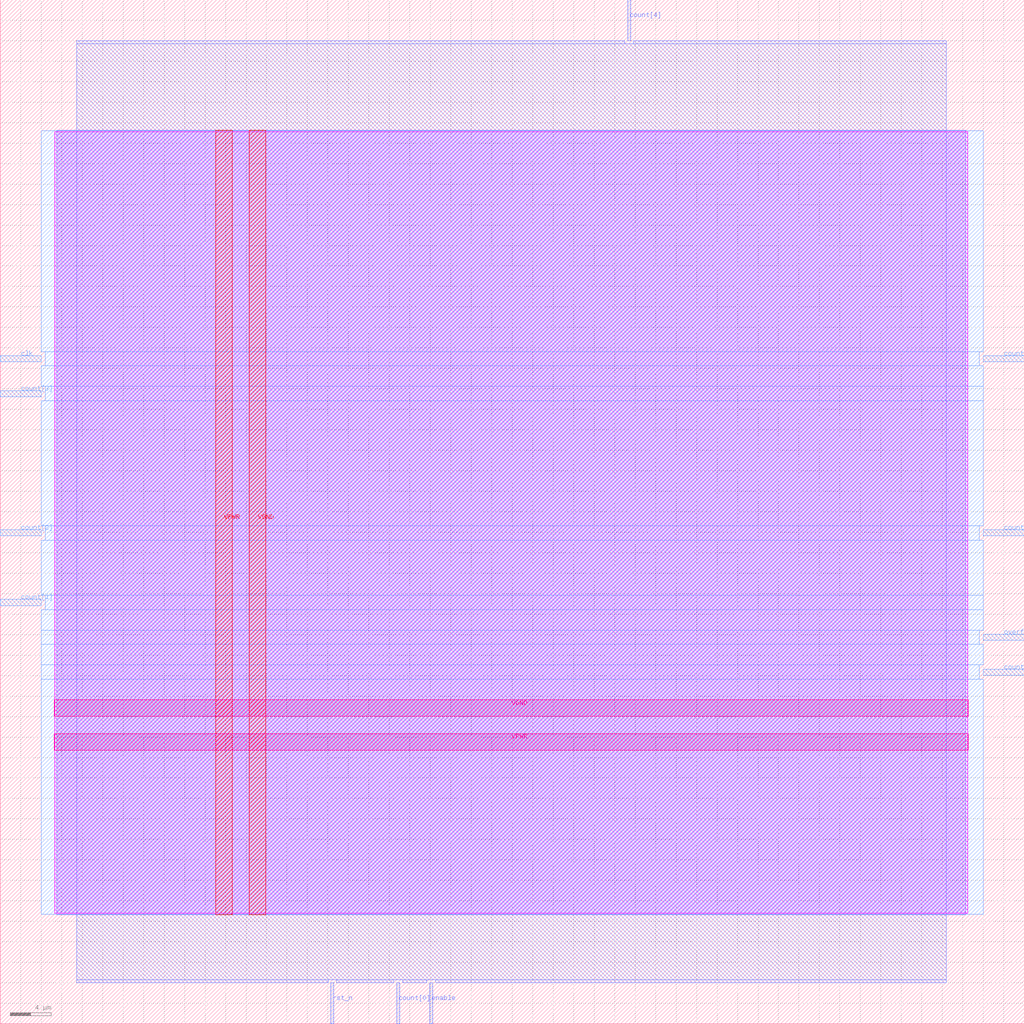
<source format=lef>
VERSION 5.7 ;
  NOWIREEXTENSIONATPIN ON ;
  DIVIDERCHAR "/" ;
  BUSBITCHARS "[]" ;
MACRO counter
  CLASS BLOCK ;
  FOREIGN counter ;
  ORIGIN 0.000 0.000 ;
  SIZE 100.000 BY 100.000 ;
  PIN VGND
    DIRECTION INOUT ;
    USE GROUND ;
    PORT
      LAYER met4 ;
        RECT 24.340 10.640 25.940 87.280 ;
    END
    PORT
      LAYER met5 ;
        RECT 5.280 30.030 94.540 31.630 ;
    END
  END VGND
  PIN VPWR
    DIRECTION INOUT ;
    USE POWER ;
    PORT
      LAYER met4 ;
        RECT 21.040 10.640 22.640 87.280 ;
    END
    PORT
      LAYER met5 ;
        RECT 5.280 26.730 94.540 28.330 ;
    END
  END VPWR
  PIN clk
    DIRECTION INPUT ;
    USE SIGNAL ;
    ANTENNAGATEAREA 0.852000 ;
    PORT
      LAYER met3 ;
        RECT 0.000 64.640 4.000 65.240 ;
    END
  END clk
  PIN count[0]
    DIRECTION OUTPUT ;
    USE SIGNAL ;
    ANTENNADIFFAREA 0.445500 ;
    PORT
      LAYER met2 ;
        RECT 38.730 0.000 39.010 4.000 ;
    END
  END count[0]
  PIN count[1]
    DIRECTION OUTPUT ;
    USE SIGNAL ;
    ANTENNADIFFAREA 0.445500 ;
    PORT
      LAYER met3 ;
        RECT 0.000 40.840 4.000 41.440 ;
    END
  END count[1]
  PIN count[2]
    DIRECTION OUTPUT ;
    USE SIGNAL ;
    ANTENNADIFFAREA 0.445500 ;
    PORT
      LAYER met3 ;
        RECT 0.000 47.640 4.000 48.240 ;
    END
  END count[2]
  PIN count[3]
    DIRECTION OUTPUT ;
    USE SIGNAL ;
    ANTENNADIFFAREA 0.445500 ;
    PORT
      LAYER met3 ;
        RECT 0.000 61.240 4.000 61.840 ;
    END
  END count[3]
  PIN count[4]
    DIRECTION OUTPUT ;
    USE SIGNAL ;
    ANTENNADIFFAREA 0.445500 ;
    PORT
      LAYER met2 ;
        RECT 61.270 96.000 61.550 100.000 ;
    END
  END count[4]
  PIN count[5]
    DIRECTION OUTPUT ;
    USE SIGNAL ;
    ANTENNADIFFAREA 0.445500 ;
    PORT
      LAYER met3 ;
        RECT 96.000 64.640 100.000 65.240 ;
    END
  END count[5]
  PIN count[6]
    DIRECTION OUTPUT ;
    USE SIGNAL ;
    ANTENNADIFFAREA 0.445500 ;
    PORT
      LAYER met3 ;
        RECT 96.000 47.640 100.000 48.240 ;
    END
  END count[6]
  PIN count[7]
    DIRECTION OUTPUT ;
    USE SIGNAL ;
    ANTENNADIFFAREA 0.445500 ;
    PORT
      LAYER met3 ;
        RECT 96.000 34.040 100.000 34.640 ;
    END
  END count[7]
  PIN enable
    DIRECTION INPUT ;
    USE SIGNAL ;
    ANTENNAGATEAREA 0.196500 ;
    PORT
      LAYER met2 ;
        RECT 41.950 0.000 42.230 4.000 ;
    END
  END enable
  PIN overflow
    DIRECTION OUTPUT ;
    USE SIGNAL ;
    ANTENNADIFFAREA 0.445500 ;
    PORT
      LAYER met3 ;
        RECT 96.000 37.440 100.000 38.040 ;
    END
  END overflow
  PIN rst_n
    DIRECTION INPUT ;
    USE SIGNAL ;
    ANTENNAGATEAREA 0.213000 ;
    PORT
      LAYER met2 ;
        RECT 32.290 0.000 32.570 4.000 ;
    END
  END rst_n
  OBS
      LAYER nwell ;
        RECT 5.330 10.795 94.490 87.125 ;
      LAYER li1 ;
        RECT 5.520 10.795 94.300 87.125 ;
      LAYER met1 ;
        RECT 5.520 10.640 94.300 87.280 ;
      LAYER met2 ;
        RECT 7.450 95.720 60.990 96.000 ;
        RECT 61.830 95.720 92.370 96.000 ;
        RECT 7.450 4.280 92.370 95.720 ;
        RECT 7.450 4.000 32.010 4.280 ;
        RECT 32.850 4.000 38.450 4.280 ;
        RECT 39.290 4.000 41.670 4.280 ;
        RECT 42.510 4.000 92.370 4.280 ;
      LAYER met3 ;
        RECT 4.000 65.640 96.000 87.205 ;
        RECT 4.400 64.240 95.600 65.640 ;
        RECT 4.000 62.240 96.000 64.240 ;
        RECT 4.400 60.840 96.000 62.240 ;
        RECT 4.000 48.640 96.000 60.840 ;
        RECT 4.400 47.240 95.600 48.640 ;
        RECT 4.000 41.840 96.000 47.240 ;
        RECT 4.400 40.440 96.000 41.840 ;
        RECT 4.000 38.440 96.000 40.440 ;
        RECT 4.000 37.040 95.600 38.440 ;
        RECT 4.000 35.040 96.000 37.040 ;
        RECT 4.000 33.640 95.600 35.040 ;
        RECT 4.000 10.715 96.000 33.640 ;
  END
END counter
END LIBRARY


</source>
